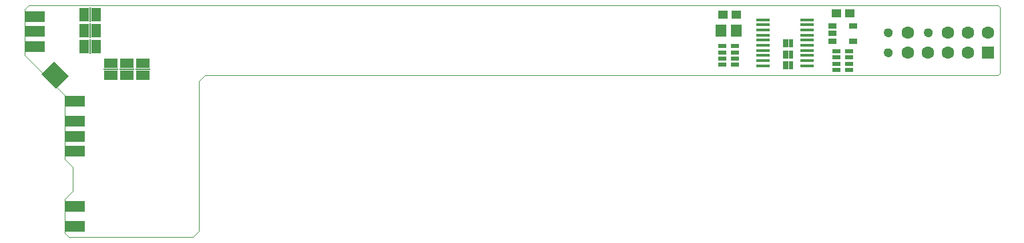
<source format=gts>
G04 EAGLE Gerber X2 export*
%TF.Part,Single*%
%TF.FileFunction,Other,solder mask top*%
%TF.FilePolarity,Positive*%
%TF.GenerationSoftware,Autodesk,EAGLE,9.6.2*%
%TF.CreationDate,2022-07-13T20:55:59Z*%
G75*
%MOMM*%
%FSLAX34Y34*%
%LPD*%
%INsolder mask top*%
%AMOC8*
5,1,8,0,0,1.08239X$1,22.5*%
G01*
%ADD10C,0.000000*%
%ADD11R,2.641600X1.371600*%
%ADD12R,1.371600X2.641600*%
%ADD13R,1.601600X1.601600*%
%ADD14C,1.601600*%
%ADD15C,1.101600*%
%ADD16R,1.401600X1.601600*%
%ADD17R,1.701600X0.451600*%
%ADD18R,1.000000X0.600000*%
%ADD19R,1.201600X1.101600*%
%ADD20R,0.609600X0.990600*%
%ADD21R,0.152400X1.092200*%
%ADD22R,1.091600X0.791600*%
%ADD23R,1.270000X1.701800*%
%ADD24R,0.152400X1.828800*%
%ADD25R,1.701800X1.270000*%
%ADD26R,1.828800X0.152400*%


D10*
X0Y232410D02*
X50800Y181610D01*
X50800Y100330D01*
X60960Y90170D01*
X60960Y59690D01*
X50800Y49530D01*
X50800Y6350D01*
X55880Y1270D01*
X213360Y1270D01*
X1236980Y209550D02*
X1236980Y293370D01*
X0Y290830D02*
X0Y232410D01*
X0Y290830D02*
X5080Y295910D01*
X220980Y8890D02*
X213360Y1270D01*
X220980Y8890D02*
X220980Y199390D01*
X228600Y207010D01*
X1234440Y207010D01*
X1234440Y295910D02*
X5080Y295910D01*
X1234440Y207010D02*
X1236980Y209550D01*
X1236980Y293370D02*
X1234440Y295910D01*
D11*
X63500Y110490D03*
X63500Y173990D03*
X63500Y129540D03*
X63500Y40640D03*
D12*
G36*
X56098Y206330D02*
X46400Y196632D01*
X27722Y215310D01*
X37420Y225008D01*
X56098Y206330D01*
G37*
D11*
X63500Y15240D03*
X63500Y148590D03*
D12*
G36*
X49748Y199980D02*
X40050Y190282D01*
X21372Y208960D01*
X31070Y218658D01*
X49748Y199980D01*
G37*
D13*
X1221740Y236220D03*
D14*
X1221740Y261620D03*
X1196340Y236220D03*
X1196340Y261620D03*
X1170940Y236220D03*
X1170940Y261620D03*
X1120140Y261620D03*
D10*
X1089740Y236220D02*
X1089742Y236361D01*
X1089748Y236502D01*
X1089758Y236642D01*
X1089772Y236782D01*
X1089790Y236922D01*
X1089811Y237061D01*
X1089837Y237200D01*
X1089866Y237338D01*
X1089900Y237474D01*
X1089937Y237610D01*
X1089978Y237745D01*
X1090023Y237879D01*
X1090072Y238011D01*
X1090124Y238142D01*
X1090180Y238271D01*
X1090240Y238398D01*
X1090303Y238524D01*
X1090369Y238648D01*
X1090440Y238771D01*
X1090513Y238891D01*
X1090590Y239009D01*
X1090670Y239125D01*
X1090754Y239238D01*
X1090840Y239349D01*
X1090930Y239458D01*
X1091023Y239564D01*
X1091118Y239667D01*
X1091217Y239768D01*
X1091318Y239866D01*
X1091422Y239961D01*
X1091529Y240053D01*
X1091638Y240142D01*
X1091750Y240227D01*
X1091864Y240310D01*
X1091980Y240390D01*
X1092099Y240466D01*
X1092220Y240538D01*
X1092342Y240608D01*
X1092467Y240673D01*
X1092593Y240736D01*
X1092721Y240794D01*
X1092851Y240849D01*
X1092982Y240901D01*
X1093115Y240948D01*
X1093249Y240992D01*
X1093384Y241033D01*
X1093520Y241069D01*
X1093657Y241101D01*
X1093795Y241130D01*
X1093933Y241155D01*
X1094073Y241175D01*
X1094213Y241192D01*
X1094353Y241205D01*
X1094494Y241214D01*
X1094634Y241219D01*
X1094775Y241220D01*
X1094916Y241217D01*
X1095057Y241210D01*
X1095197Y241199D01*
X1095337Y241184D01*
X1095477Y241165D01*
X1095616Y241143D01*
X1095754Y241116D01*
X1095892Y241086D01*
X1096028Y241051D01*
X1096164Y241013D01*
X1096298Y240971D01*
X1096432Y240925D01*
X1096564Y240876D01*
X1096694Y240822D01*
X1096823Y240765D01*
X1096950Y240705D01*
X1097076Y240641D01*
X1097199Y240573D01*
X1097321Y240502D01*
X1097441Y240428D01*
X1097558Y240350D01*
X1097673Y240269D01*
X1097786Y240185D01*
X1097897Y240098D01*
X1098005Y240007D01*
X1098110Y239914D01*
X1098213Y239817D01*
X1098313Y239718D01*
X1098410Y239616D01*
X1098504Y239511D01*
X1098595Y239404D01*
X1098683Y239294D01*
X1098768Y239182D01*
X1098850Y239067D01*
X1098929Y238950D01*
X1099004Y238831D01*
X1099076Y238710D01*
X1099144Y238587D01*
X1099209Y238462D01*
X1099271Y238335D01*
X1099328Y238206D01*
X1099383Y238076D01*
X1099433Y237945D01*
X1099480Y237812D01*
X1099523Y237678D01*
X1099562Y237542D01*
X1099597Y237406D01*
X1099629Y237269D01*
X1099656Y237131D01*
X1099680Y236992D01*
X1099700Y236852D01*
X1099716Y236712D01*
X1099728Y236572D01*
X1099736Y236431D01*
X1099740Y236290D01*
X1099740Y236150D01*
X1099736Y236009D01*
X1099728Y235868D01*
X1099716Y235728D01*
X1099700Y235588D01*
X1099680Y235448D01*
X1099656Y235309D01*
X1099629Y235171D01*
X1099597Y235034D01*
X1099562Y234898D01*
X1099523Y234762D01*
X1099480Y234628D01*
X1099433Y234495D01*
X1099383Y234364D01*
X1099328Y234234D01*
X1099271Y234105D01*
X1099209Y233978D01*
X1099144Y233853D01*
X1099076Y233730D01*
X1099004Y233609D01*
X1098929Y233490D01*
X1098850Y233373D01*
X1098768Y233258D01*
X1098683Y233146D01*
X1098595Y233036D01*
X1098504Y232929D01*
X1098410Y232824D01*
X1098313Y232722D01*
X1098213Y232623D01*
X1098110Y232526D01*
X1098005Y232433D01*
X1097897Y232342D01*
X1097786Y232255D01*
X1097673Y232171D01*
X1097558Y232090D01*
X1097441Y232012D01*
X1097321Y231938D01*
X1097199Y231867D01*
X1097076Y231799D01*
X1096950Y231735D01*
X1096823Y231675D01*
X1096694Y231618D01*
X1096564Y231564D01*
X1096432Y231515D01*
X1096298Y231469D01*
X1096164Y231427D01*
X1096028Y231389D01*
X1095892Y231354D01*
X1095754Y231324D01*
X1095616Y231297D01*
X1095477Y231275D01*
X1095337Y231256D01*
X1095197Y231241D01*
X1095057Y231230D01*
X1094916Y231223D01*
X1094775Y231220D01*
X1094634Y231221D01*
X1094494Y231226D01*
X1094353Y231235D01*
X1094213Y231248D01*
X1094073Y231265D01*
X1093933Y231285D01*
X1093795Y231310D01*
X1093657Y231339D01*
X1093520Y231371D01*
X1093384Y231407D01*
X1093249Y231448D01*
X1093115Y231492D01*
X1092982Y231539D01*
X1092851Y231591D01*
X1092721Y231646D01*
X1092593Y231704D01*
X1092467Y231767D01*
X1092342Y231832D01*
X1092220Y231902D01*
X1092099Y231974D01*
X1091980Y232050D01*
X1091864Y232130D01*
X1091750Y232213D01*
X1091638Y232298D01*
X1091529Y232387D01*
X1091422Y232479D01*
X1091318Y232574D01*
X1091217Y232672D01*
X1091118Y232773D01*
X1091023Y232876D01*
X1090930Y232982D01*
X1090840Y233091D01*
X1090754Y233202D01*
X1090670Y233315D01*
X1090590Y233431D01*
X1090513Y233549D01*
X1090440Y233669D01*
X1090369Y233792D01*
X1090303Y233916D01*
X1090240Y234042D01*
X1090180Y234169D01*
X1090124Y234298D01*
X1090072Y234429D01*
X1090023Y234561D01*
X1089978Y234695D01*
X1089937Y234830D01*
X1089900Y234966D01*
X1089866Y235102D01*
X1089837Y235240D01*
X1089811Y235379D01*
X1089790Y235518D01*
X1089772Y235658D01*
X1089758Y235798D01*
X1089748Y235938D01*
X1089742Y236079D01*
X1089740Y236220D01*
D15*
X1094740Y236220D03*
D10*
X1089740Y261620D02*
X1089742Y261761D01*
X1089748Y261902D01*
X1089758Y262042D01*
X1089772Y262182D01*
X1089790Y262322D01*
X1089811Y262461D01*
X1089837Y262600D01*
X1089866Y262738D01*
X1089900Y262874D01*
X1089937Y263010D01*
X1089978Y263145D01*
X1090023Y263279D01*
X1090072Y263411D01*
X1090124Y263542D01*
X1090180Y263671D01*
X1090240Y263798D01*
X1090303Y263924D01*
X1090369Y264048D01*
X1090440Y264171D01*
X1090513Y264291D01*
X1090590Y264409D01*
X1090670Y264525D01*
X1090754Y264638D01*
X1090840Y264749D01*
X1090930Y264858D01*
X1091023Y264964D01*
X1091118Y265067D01*
X1091217Y265168D01*
X1091318Y265266D01*
X1091422Y265361D01*
X1091529Y265453D01*
X1091638Y265542D01*
X1091750Y265627D01*
X1091864Y265710D01*
X1091980Y265790D01*
X1092099Y265866D01*
X1092220Y265938D01*
X1092342Y266008D01*
X1092467Y266073D01*
X1092593Y266136D01*
X1092721Y266194D01*
X1092851Y266249D01*
X1092982Y266301D01*
X1093115Y266348D01*
X1093249Y266392D01*
X1093384Y266433D01*
X1093520Y266469D01*
X1093657Y266501D01*
X1093795Y266530D01*
X1093933Y266555D01*
X1094073Y266575D01*
X1094213Y266592D01*
X1094353Y266605D01*
X1094494Y266614D01*
X1094634Y266619D01*
X1094775Y266620D01*
X1094916Y266617D01*
X1095057Y266610D01*
X1095197Y266599D01*
X1095337Y266584D01*
X1095477Y266565D01*
X1095616Y266543D01*
X1095754Y266516D01*
X1095892Y266486D01*
X1096028Y266451D01*
X1096164Y266413D01*
X1096298Y266371D01*
X1096432Y266325D01*
X1096564Y266276D01*
X1096694Y266222D01*
X1096823Y266165D01*
X1096950Y266105D01*
X1097076Y266041D01*
X1097199Y265973D01*
X1097321Y265902D01*
X1097441Y265828D01*
X1097558Y265750D01*
X1097673Y265669D01*
X1097786Y265585D01*
X1097897Y265498D01*
X1098005Y265407D01*
X1098110Y265314D01*
X1098213Y265217D01*
X1098313Y265118D01*
X1098410Y265016D01*
X1098504Y264911D01*
X1098595Y264804D01*
X1098683Y264694D01*
X1098768Y264582D01*
X1098850Y264467D01*
X1098929Y264350D01*
X1099004Y264231D01*
X1099076Y264110D01*
X1099144Y263987D01*
X1099209Y263862D01*
X1099271Y263735D01*
X1099328Y263606D01*
X1099383Y263476D01*
X1099433Y263345D01*
X1099480Y263212D01*
X1099523Y263078D01*
X1099562Y262942D01*
X1099597Y262806D01*
X1099629Y262669D01*
X1099656Y262531D01*
X1099680Y262392D01*
X1099700Y262252D01*
X1099716Y262112D01*
X1099728Y261972D01*
X1099736Y261831D01*
X1099740Y261690D01*
X1099740Y261550D01*
X1099736Y261409D01*
X1099728Y261268D01*
X1099716Y261128D01*
X1099700Y260988D01*
X1099680Y260848D01*
X1099656Y260709D01*
X1099629Y260571D01*
X1099597Y260434D01*
X1099562Y260298D01*
X1099523Y260162D01*
X1099480Y260028D01*
X1099433Y259895D01*
X1099383Y259764D01*
X1099328Y259634D01*
X1099271Y259505D01*
X1099209Y259378D01*
X1099144Y259253D01*
X1099076Y259130D01*
X1099004Y259009D01*
X1098929Y258890D01*
X1098850Y258773D01*
X1098768Y258658D01*
X1098683Y258546D01*
X1098595Y258436D01*
X1098504Y258329D01*
X1098410Y258224D01*
X1098313Y258122D01*
X1098213Y258023D01*
X1098110Y257926D01*
X1098005Y257833D01*
X1097897Y257742D01*
X1097786Y257655D01*
X1097673Y257571D01*
X1097558Y257490D01*
X1097441Y257412D01*
X1097321Y257338D01*
X1097199Y257267D01*
X1097076Y257199D01*
X1096950Y257135D01*
X1096823Y257075D01*
X1096694Y257018D01*
X1096564Y256964D01*
X1096432Y256915D01*
X1096298Y256869D01*
X1096164Y256827D01*
X1096028Y256789D01*
X1095892Y256754D01*
X1095754Y256724D01*
X1095616Y256697D01*
X1095477Y256675D01*
X1095337Y256656D01*
X1095197Y256641D01*
X1095057Y256630D01*
X1094916Y256623D01*
X1094775Y256620D01*
X1094634Y256621D01*
X1094494Y256626D01*
X1094353Y256635D01*
X1094213Y256648D01*
X1094073Y256665D01*
X1093933Y256685D01*
X1093795Y256710D01*
X1093657Y256739D01*
X1093520Y256771D01*
X1093384Y256807D01*
X1093249Y256848D01*
X1093115Y256892D01*
X1092982Y256939D01*
X1092851Y256991D01*
X1092721Y257046D01*
X1092593Y257104D01*
X1092467Y257167D01*
X1092342Y257232D01*
X1092220Y257302D01*
X1092099Y257374D01*
X1091980Y257450D01*
X1091864Y257530D01*
X1091750Y257613D01*
X1091638Y257698D01*
X1091529Y257787D01*
X1091422Y257879D01*
X1091318Y257974D01*
X1091217Y258072D01*
X1091118Y258173D01*
X1091023Y258276D01*
X1090930Y258382D01*
X1090840Y258491D01*
X1090754Y258602D01*
X1090670Y258715D01*
X1090590Y258831D01*
X1090513Y258949D01*
X1090440Y259069D01*
X1090369Y259192D01*
X1090303Y259316D01*
X1090240Y259442D01*
X1090180Y259569D01*
X1090124Y259698D01*
X1090072Y259829D01*
X1090023Y259961D01*
X1089978Y260095D01*
X1089937Y260230D01*
X1089900Y260366D01*
X1089866Y260502D01*
X1089837Y260640D01*
X1089811Y260779D01*
X1089790Y260918D01*
X1089772Y261058D01*
X1089758Y261198D01*
X1089748Y261338D01*
X1089742Y261479D01*
X1089740Y261620D01*
D15*
X1094740Y261620D03*
D14*
X1145540Y236220D03*
D10*
X1140540Y261620D02*
X1140542Y261761D01*
X1140548Y261902D01*
X1140558Y262042D01*
X1140572Y262182D01*
X1140590Y262322D01*
X1140611Y262461D01*
X1140637Y262600D01*
X1140666Y262738D01*
X1140700Y262874D01*
X1140737Y263010D01*
X1140778Y263145D01*
X1140823Y263279D01*
X1140872Y263411D01*
X1140924Y263542D01*
X1140980Y263671D01*
X1141040Y263798D01*
X1141103Y263924D01*
X1141169Y264048D01*
X1141240Y264171D01*
X1141313Y264291D01*
X1141390Y264409D01*
X1141470Y264525D01*
X1141554Y264638D01*
X1141640Y264749D01*
X1141730Y264858D01*
X1141823Y264964D01*
X1141918Y265067D01*
X1142017Y265168D01*
X1142118Y265266D01*
X1142222Y265361D01*
X1142329Y265453D01*
X1142438Y265542D01*
X1142550Y265627D01*
X1142664Y265710D01*
X1142780Y265790D01*
X1142899Y265866D01*
X1143020Y265938D01*
X1143142Y266008D01*
X1143267Y266073D01*
X1143393Y266136D01*
X1143521Y266194D01*
X1143651Y266249D01*
X1143782Y266301D01*
X1143915Y266348D01*
X1144049Y266392D01*
X1144184Y266433D01*
X1144320Y266469D01*
X1144457Y266501D01*
X1144595Y266530D01*
X1144733Y266555D01*
X1144873Y266575D01*
X1145013Y266592D01*
X1145153Y266605D01*
X1145294Y266614D01*
X1145434Y266619D01*
X1145575Y266620D01*
X1145716Y266617D01*
X1145857Y266610D01*
X1145997Y266599D01*
X1146137Y266584D01*
X1146277Y266565D01*
X1146416Y266543D01*
X1146554Y266516D01*
X1146692Y266486D01*
X1146828Y266451D01*
X1146964Y266413D01*
X1147098Y266371D01*
X1147232Y266325D01*
X1147364Y266276D01*
X1147494Y266222D01*
X1147623Y266165D01*
X1147750Y266105D01*
X1147876Y266041D01*
X1147999Y265973D01*
X1148121Y265902D01*
X1148241Y265828D01*
X1148358Y265750D01*
X1148473Y265669D01*
X1148586Y265585D01*
X1148697Y265498D01*
X1148805Y265407D01*
X1148910Y265314D01*
X1149013Y265217D01*
X1149113Y265118D01*
X1149210Y265016D01*
X1149304Y264911D01*
X1149395Y264804D01*
X1149483Y264694D01*
X1149568Y264582D01*
X1149650Y264467D01*
X1149729Y264350D01*
X1149804Y264231D01*
X1149876Y264110D01*
X1149944Y263987D01*
X1150009Y263862D01*
X1150071Y263735D01*
X1150128Y263606D01*
X1150183Y263476D01*
X1150233Y263345D01*
X1150280Y263212D01*
X1150323Y263078D01*
X1150362Y262942D01*
X1150397Y262806D01*
X1150429Y262669D01*
X1150456Y262531D01*
X1150480Y262392D01*
X1150500Y262252D01*
X1150516Y262112D01*
X1150528Y261972D01*
X1150536Y261831D01*
X1150540Y261690D01*
X1150540Y261550D01*
X1150536Y261409D01*
X1150528Y261268D01*
X1150516Y261128D01*
X1150500Y260988D01*
X1150480Y260848D01*
X1150456Y260709D01*
X1150429Y260571D01*
X1150397Y260434D01*
X1150362Y260298D01*
X1150323Y260162D01*
X1150280Y260028D01*
X1150233Y259895D01*
X1150183Y259764D01*
X1150128Y259634D01*
X1150071Y259505D01*
X1150009Y259378D01*
X1149944Y259253D01*
X1149876Y259130D01*
X1149804Y259009D01*
X1149729Y258890D01*
X1149650Y258773D01*
X1149568Y258658D01*
X1149483Y258546D01*
X1149395Y258436D01*
X1149304Y258329D01*
X1149210Y258224D01*
X1149113Y258122D01*
X1149013Y258023D01*
X1148910Y257926D01*
X1148805Y257833D01*
X1148697Y257742D01*
X1148586Y257655D01*
X1148473Y257571D01*
X1148358Y257490D01*
X1148241Y257412D01*
X1148121Y257338D01*
X1147999Y257267D01*
X1147876Y257199D01*
X1147750Y257135D01*
X1147623Y257075D01*
X1147494Y257018D01*
X1147364Y256964D01*
X1147232Y256915D01*
X1147098Y256869D01*
X1146964Y256827D01*
X1146828Y256789D01*
X1146692Y256754D01*
X1146554Y256724D01*
X1146416Y256697D01*
X1146277Y256675D01*
X1146137Y256656D01*
X1145997Y256641D01*
X1145857Y256630D01*
X1145716Y256623D01*
X1145575Y256620D01*
X1145434Y256621D01*
X1145294Y256626D01*
X1145153Y256635D01*
X1145013Y256648D01*
X1144873Y256665D01*
X1144733Y256685D01*
X1144595Y256710D01*
X1144457Y256739D01*
X1144320Y256771D01*
X1144184Y256807D01*
X1144049Y256848D01*
X1143915Y256892D01*
X1143782Y256939D01*
X1143651Y256991D01*
X1143521Y257046D01*
X1143393Y257104D01*
X1143267Y257167D01*
X1143142Y257232D01*
X1143020Y257302D01*
X1142899Y257374D01*
X1142780Y257450D01*
X1142664Y257530D01*
X1142550Y257613D01*
X1142438Y257698D01*
X1142329Y257787D01*
X1142222Y257879D01*
X1142118Y257974D01*
X1142017Y258072D01*
X1141918Y258173D01*
X1141823Y258276D01*
X1141730Y258382D01*
X1141640Y258491D01*
X1141554Y258602D01*
X1141470Y258715D01*
X1141390Y258831D01*
X1141313Y258949D01*
X1141240Y259069D01*
X1141169Y259192D01*
X1141103Y259316D01*
X1141040Y259442D01*
X1140980Y259569D01*
X1140924Y259698D01*
X1140872Y259829D01*
X1140823Y259961D01*
X1140778Y260095D01*
X1140737Y260230D01*
X1140700Y260366D01*
X1140666Y260502D01*
X1140637Y260640D01*
X1140611Y260779D01*
X1140590Y260918D01*
X1140572Y261058D01*
X1140558Y261198D01*
X1140548Y261338D01*
X1140542Y261479D01*
X1140540Y261620D01*
D15*
X1145540Y261620D03*
D14*
X1120140Y236220D03*
D16*
X883310Y264160D03*
X902310Y264160D03*
D17*
X935930Y277870D03*
X935930Y271370D03*
X935930Y264870D03*
X935930Y258370D03*
X935930Y251870D03*
X935930Y245370D03*
X935930Y238870D03*
X935930Y232370D03*
X935930Y225870D03*
X935930Y219370D03*
X991930Y219370D03*
X991930Y225870D03*
X991930Y232370D03*
X991930Y238870D03*
X991930Y245370D03*
X991930Y251870D03*
X991930Y258370D03*
X991930Y264870D03*
X991930Y271370D03*
X991930Y277870D03*
D18*
X900810Y220410D03*
X900810Y228410D03*
X900810Y236410D03*
X900810Y244410D03*
X884810Y244410D03*
X884810Y236410D03*
X884810Y228410D03*
X884810Y220410D03*
D11*
X12700Y243840D03*
X12700Y262890D03*
X12700Y281940D03*
D18*
X1029590Y238060D03*
X1029590Y230060D03*
X1029590Y222060D03*
X1029590Y214060D03*
X1045590Y214060D03*
X1045590Y222060D03*
X1045590Y230060D03*
X1045590Y238060D03*
D19*
X902580Y284480D03*
X885580Y284480D03*
D20*
X963930Y247650D03*
X971550Y247650D03*
D21*
X967740Y247650D03*
D20*
X963930Y233680D03*
X971550Y233680D03*
D21*
X967740Y233680D03*
D20*
X963930Y219710D03*
X971550Y219710D03*
D21*
X967740Y219710D03*
D22*
X1024690Y269850D03*
X1024690Y260350D03*
X1024690Y250850D03*
X1050590Y250850D03*
X1050590Y269850D03*
D19*
X1046090Y285750D03*
X1029090Y285750D03*
D23*
X74930Y284480D03*
X90170Y284480D03*
D24*
X82550Y284480D03*
D23*
X74930Y264160D03*
X90170Y264160D03*
D24*
X82550Y264160D03*
D23*
X74930Y243840D03*
X90170Y243840D03*
D24*
X82550Y243840D03*
D25*
X109220Y207010D03*
X109220Y222250D03*
D26*
X109220Y214630D03*
D25*
X129540Y207010D03*
X129540Y222250D03*
D26*
X129540Y214630D03*
D25*
X149860Y207010D03*
X149860Y222250D03*
D26*
X149860Y214630D03*
M02*

</source>
